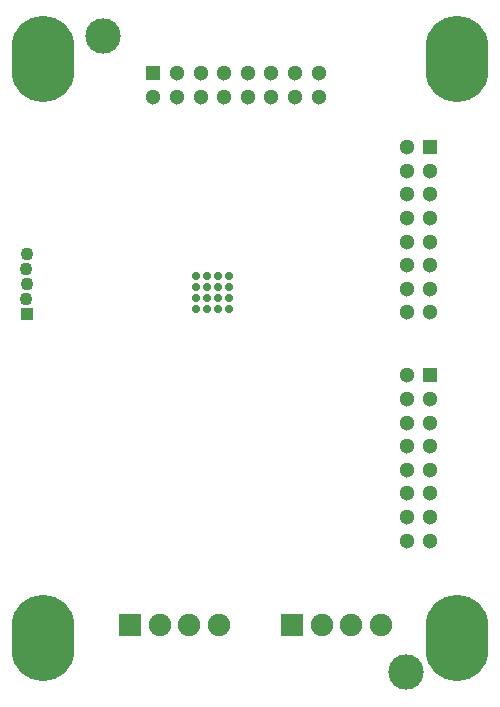
<source format=gbs>
G04*
G04 #@! TF.GenerationSoftware,Altium Limited,Altium Designer,21.8.1 (53)*
G04*
G04 Layer_Color=16711935*
%FSLAX44Y44*%
%MOMM*%
G71*
G04*
G04 #@! TF.SameCoordinates,996D42DF-EE5A-41D5-9054-6BF74EEE028F*
G04*
G04*
G04 #@! TF.FilePolarity,Negative*
G04*
G01*
G75*
%ADD24R,1.1000X1.1000*%
%ADD34C,0.7000*%
%ADD35C,3.0000*%
%ADD36O,5.3000X7.3000*%
%ADD37C,1.3000*%
%ADD38R,1.3000X1.3000*%
%ADD39C,1.1000*%
%ADD40C,1.9000*%
%ADD41R,1.9000X1.9000*%
%ADD42R,1.3000X1.3000*%
D24*
X-13500Y264100D02*
D03*
D34*
X129000Y296951D02*
D03*
X138333D02*
D03*
X147667D02*
D03*
X157000D02*
D03*
X129000Y287618D02*
D03*
X138333D02*
D03*
X147667D02*
D03*
X157000D02*
D03*
X129000Y268951D02*
D03*
X138333D02*
D03*
X147667D02*
D03*
X157000D02*
D03*
Y278284D02*
D03*
X147667D02*
D03*
X138333D02*
D03*
X129000D02*
D03*
D35*
X307250Y-39000D02*
D03*
X51000Y499750D02*
D03*
D36*
X350000Y480000D02*
D03*
X0D02*
D03*
Y-10000D02*
D03*
X350000D02*
D03*
D37*
X307750Y192500D02*
D03*
Y212500D02*
D03*
Y152500D02*
D03*
Y172500D02*
D03*
Y132500D02*
D03*
Y112500D02*
D03*
Y92500D02*
D03*
Y72500D02*
D03*
X327750D02*
D03*
Y92500D02*
D03*
Y112500D02*
D03*
Y132500D02*
D03*
Y152500D02*
D03*
Y172500D02*
D03*
Y192500D02*
D03*
X307750Y385750D02*
D03*
Y405750D02*
D03*
Y345750D02*
D03*
Y365750D02*
D03*
Y325750D02*
D03*
Y305750D02*
D03*
Y285750D02*
D03*
Y265750D02*
D03*
X327750D02*
D03*
Y285750D02*
D03*
Y305750D02*
D03*
Y325750D02*
D03*
Y345750D02*
D03*
Y365750D02*
D03*
Y385750D02*
D03*
X113250Y448250D02*
D03*
X93250D02*
D03*
X153250D02*
D03*
X133250D02*
D03*
X173250D02*
D03*
X193250D02*
D03*
X213250D02*
D03*
X233250D02*
D03*
Y468250D02*
D03*
X213250D02*
D03*
X193250D02*
D03*
X173250D02*
D03*
X153250D02*
D03*
X133250D02*
D03*
X113250D02*
D03*
D38*
X327750Y212500D02*
D03*
Y405750D02*
D03*
D39*
X-13500Y289500D02*
D03*
X-14500Y302200D02*
D03*
Y276800D02*
D03*
X-13500Y314900D02*
D03*
D40*
X261000Y1000D02*
D03*
X236000D02*
D03*
X286000D02*
D03*
X123500D02*
D03*
X98500D02*
D03*
X148500D02*
D03*
D41*
X211000D02*
D03*
X73500D02*
D03*
D42*
X93250Y468250D02*
D03*
M02*

</source>
